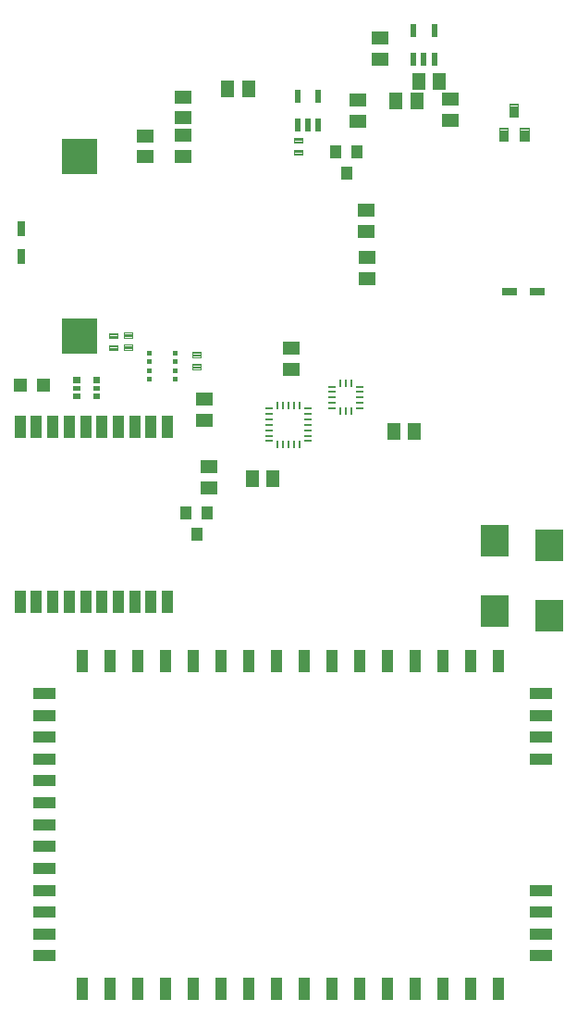
<source format=gtp>
G75*
%MOIN*%
%OFA0B0*%
%FSLAX25Y25*%
%IPPOS*%
%LPD*%
%AMOC8*
5,1,8,0,0,1.08239X$1,22.5*
%
%ADD10R,0.12598X0.12598*%
%ADD11R,0.04882X0.05906*%
%ADD12R,0.05906X0.04882*%
%ADD13R,0.09843X0.11417*%
%ADD14C,0.00472*%
%ADD15R,0.05315X0.03150*%
%ADD16R,0.03150X0.05315*%
%ADD17C,0.00354*%
%ADD18C,0.00315*%
%ADD19R,0.04724X0.04724*%
%ADD20R,0.03937X0.04724*%
%ADD21R,0.05118X0.06299*%
%ADD22C,0.00197*%
%ADD23C,0.00157*%
%ADD24R,0.07874X0.03937*%
%ADD25R,0.03937X0.07874*%
%ADD26R,0.02165X0.04724*%
%ADD27R,0.03150X0.01083*%
%ADD28R,0.01083X0.03150*%
D10*
X0071767Y0346904D03*
X0071767Y0411671D03*
D11*
X0125233Y0436222D03*
X0132713Y0436222D03*
X0185901Y0431610D03*
X0193381Y0431610D03*
X0194011Y0438736D03*
X0201491Y0438736D03*
X0141610Y0295783D03*
X0134129Y0295783D03*
D12*
X0118342Y0292437D03*
X0118342Y0299917D03*
X0116964Y0316768D03*
X0116964Y0324248D03*
X0148224Y0335193D03*
X0148224Y0342673D03*
X0175428Y0367831D03*
X0175428Y0375311D03*
X0175310Y0384839D03*
X0175310Y0392319D03*
X0172082Y0424445D03*
X0172082Y0431925D03*
X0179995Y0446886D03*
X0179995Y0454366D03*
X0205586Y0432319D03*
X0205586Y0424839D03*
X0109247Y0425744D03*
X0109247Y0419248D03*
X0109247Y0411768D03*
X0109247Y0433224D03*
X0095468Y0419051D03*
X0095468Y0411571D03*
D13*
X0221531Y0273539D03*
X0221531Y0247949D03*
X0241216Y0246256D03*
X0241216Y0271846D03*
D14*
X0149248Y0412319D02*
X0149248Y0414209D01*
X0152318Y0414209D01*
X0152318Y0412319D01*
X0149248Y0412319D01*
X0149248Y0412790D02*
X0152318Y0412790D01*
X0152318Y0413261D02*
X0149248Y0413261D01*
X0149248Y0413732D02*
X0152318Y0413732D01*
X0152318Y0414203D02*
X0149248Y0414203D01*
X0149248Y0416649D02*
X0149248Y0418539D01*
X0152318Y0418539D01*
X0152318Y0416649D01*
X0149248Y0416649D01*
X0149248Y0417120D02*
X0152318Y0417120D01*
X0152318Y0417591D02*
X0149248Y0417591D01*
X0149248Y0418062D02*
X0152318Y0418062D01*
X0152318Y0418533D02*
X0149248Y0418533D01*
X0115507Y0341453D02*
X0115507Y0339563D01*
X0112437Y0339563D01*
X0112437Y0341453D01*
X0115507Y0341453D01*
X0115507Y0340034D02*
X0112437Y0340034D01*
X0112437Y0340505D02*
X0115507Y0340505D01*
X0115507Y0340976D02*
X0112437Y0340976D01*
X0112437Y0341447D02*
X0115507Y0341447D01*
X0115507Y0337122D02*
X0115507Y0335232D01*
X0112437Y0335232D01*
X0112437Y0337122D01*
X0115507Y0337122D01*
X0115507Y0335703D02*
X0112437Y0335703D01*
X0112437Y0336174D02*
X0115507Y0336174D01*
X0115507Y0336645D02*
X0112437Y0336645D01*
X0112437Y0337116D02*
X0115507Y0337116D01*
X0090822Y0342122D02*
X0090822Y0344012D01*
X0090822Y0342122D02*
X0087752Y0342122D01*
X0087752Y0344012D01*
X0090822Y0344012D01*
X0090822Y0342593D02*
X0087752Y0342593D01*
X0087752Y0343064D02*
X0090822Y0343064D01*
X0090822Y0343535D02*
X0087752Y0343535D01*
X0087752Y0344006D02*
X0090822Y0344006D01*
X0090822Y0346453D02*
X0090822Y0348343D01*
X0090822Y0346453D02*
X0087752Y0346453D01*
X0087752Y0348343D01*
X0090822Y0348343D01*
X0090822Y0346924D02*
X0087752Y0346924D01*
X0087752Y0347395D02*
X0090822Y0347395D01*
X0090822Y0347866D02*
X0087752Y0347866D01*
X0087752Y0348337D02*
X0090822Y0348337D01*
X0085625Y0348146D02*
X0085625Y0346256D01*
X0082555Y0346256D01*
X0082555Y0348146D01*
X0085625Y0348146D01*
X0085625Y0346727D02*
X0082555Y0346727D01*
X0082555Y0347198D02*
X0085625Y0347198D01*
X0085625Y0347669D02*
X0082555Y0347669D01*
X0082555Y0348140D02*
X0085625Y0348140D01*
X0085625Y0343815D02*
X0085625Y0341925D01*
X0082555Y0341925D01*
X0082555Y0343815D01*
X0085625Y0343815D01*
X0085625Y0342396D02*
X0082555Y0342396D01*
X0082555Y0342867D02*
X0085625Y0342867D01*
X0085625Y0343338D02*
X0082555Y0343338D01*
X0082555Y0343809D02*
X0085625Y0343809D01*
D15*
X0226767Y0363185D03*
X0236767Y0363185D03*
D16*
X0050665Y0375744D03*
X0050665Y0385744D03*
D17*
X0223008Y0417338D02*
X0226196Y0417338D01*
X0223008Y0417338D02*
X0223008Y0422102D01*
X0226196Y0422102D01*
X0226196Y0417338D01*
X0226196Y0417691D02*
X0223008Y0417691D01*
X0223008Y0418044D02*
X0226196Y0418044D01*
X0226196Y0418397D02*
X0223008Y0418397D01*
X0223008Y0418750D02*
X0226196Y0418750D01*
X0226196Y0419103D02*
X0223008Y0419103D01*
X0223008Y0419456D02*
X0226196Y0419456D01*
X0226196Y0419809D02*
X0223008Y0419809D01*
X0223008Y0420162D02*
X0226196Y0420162D01*
X0226196Y0420515D02*
X0223008Y0420515D01*
X0223008Y0420868D02*
X0226196Y0420868D01*
X0226196Y0421221D02*
X0223008Y0421221D01*
X0223008Y0421574D02*
X0226196Y0421574D01*
X0226196Y0421927D02*
X0223008Y0421927D01*
X0226748Y0426000D02*
X0229936Y0426000D01*
X0226748Y0426000D02*
X0226748Y0430764D01*
X0229936Y0430764D01*
X0229936Y0426000D01*
X0229936Y0426353D02*
X0226748Y0426353D01*
X0226748Y0426706D02*
X0229936Y0426706D01*
X0229936Y0427059D02*
X0226748Y0427059D01*
X0226748Y0427412D02*
X0229936Y0427412D01*
X0229936Y0427765D02*
X0226748Y0427765D01*
X0226748Y0428118D02*
X0229936Y0428118D01*
X0229936Y0428471D02*
X0226748Y0428471D01*
X0226748Y0428824D02*
X0229936Y0428824D01*
X0229936Y0429177D02*
X0226748Y0429177D01*
X0226748Y0429530D02*
X0229936Y0429530D01*
X0229936Y0429883D02*
X0226748Y0429883D01*
X0226748Y0430236D02*
X0229936Y0430236D01*
X0229936Y0430589D02*
X0226748Y0430589D01*
X0230488Y0417338D02*
X0233676Y0417338D01*
X0230488Y0417338D02*
X0230488Y0422102D01*
X0233676Y0422102D01*
X0233676Y0417338D01*
X0233676Y0417691D02*
X0230488Y0417691D01*
X0230488Y0418044D02*
X0233676Y0418044D01*
X0233676Y0418397D02*
X0230488Y0418397D01*
X0230488Y0418750D02*
X0233676Y0418750D01*
X0233676Y0419103D02*
X0230488Y0419103D01*
X0230488Y0419456D02*
X0233676Y0419456D01*
X0233676Y0419809D02*
X0230488Y0419809D01*
X0230488Y0420162D02*
X0233676Y0420162D01*
X0233676Y0420515D02*
X0230488Y0420515D01*
X0230488Y0420868D02*
X0233676Y0420868D01*
X0233676Y0421221D02*
X0230488Y0421221D01*
X0230488Y0421574D02*
X0233676Y0421574D01*
X0233676Y0421927D02*
X0230488Y0421927D01*
D18*
X0106846Y0340468D02*
X0105586Y0340468D01*
X0105586Y0341728D01*
X0106846Y0341728D01*
X0106846Y0340468D01*
X0106846Y0340782D02*
X0105586Y0340782D01*
X0105586Y0341096D02*
X0106846Y0341096D01*
X0106846Y0341410D02*
X0105586Y0341410D01*
X0105586Y0341724D02*
X0106846Y0341724D01*
X0106846Y0337319D02*
X0105586Y0337319D01*
X0105586Y0338579D01*
X0106846Y0338579D01*
X0106846Y0337319D01*
X0106846Y0337633D02*
X0105586Y0337633D01*
X0105586Y0337947D02*
X0106846Y0337947D01*
X0106846Y0338261D02*
X0105586Y0338261D01*
X0105586Y0338575D02*
X0106846Y0338575D01*
X0106846Y0334169D02*
X0105586Y0334169D01*
X0105586Y0335429D01*
X0106846Y0335429D01*
X0106846Y0334169D01*
X0106846Y0334483D02*
X0105586Y0334483D01*
X0105586Y0334797D02*
X0106846Y0334797D01*
X0106846Y0335111D02*
X0105586Y0335111D01*
X0105586Y0335425D02*
X0106846Y0335425D01*
X0106846Y0331020D02*
X0105586Y0331020D01*
X0105586Y0332280D01*
X0106846Y0332280D01*
X0106846Y0331020D01*
X0106846Y0331334D02*
X0105586Y0331334D01*
X0105586Y0331648D02*
X0106846Y0331648D01*
X0106846Y0331962D02*
X0105586Y0331962D01*
X0105586Y0332276D02*
X0106846Y0332276D01*
X0097397Y0331020D02*
X0096137Y0331020D01*
X0096137Y0332280D01*
X0097397Y0332280D01*
X0097397Y0331020D01*
X0097397Y0331334D02*
X0096137Y0331334D01*
X0096137Y0331648D02*
X0097397Y0331648D01*
X0097397Y0331962D02*
X0096137Y0331962D01*
X0096137Y0332276D02*
X0097397Y0332276D01*
X0097397Y0334169D02*
X0096137Y0334169D01*
X0096137Y0335429D01*
X0097397Y0335429D01*
X0097397Y0334169D01*
X0097397Y0334483D02*
X0096137Y0334483D01*
X0096137Y0334797D02*
X0097397Y0334797D01*
X0097397Y0335111D02*
X0096137Y0335111D01*
X0096137Y0335425D02*
X0097397Y0335425D01*
X0097397Y0337319D02*
X0096137Y0337319D01*
X0096137Y0338579D01*
X0097397Y0338579D01*
X0097397Y0337319D01*
X0097397Y0337633D02*
X0096137Y0337633D01*
X0096137Y0337947D02*
X0097397Y0337947D01*
X0097397Y0338261D02*
X0096137Y0338261D01*
X0096137Y0338575D02*
X0097397Y0338575D01*
X0097397Y0340468D02*
X0096137Y0340468D01*
X0096137Y0341728D01*
X0097397Y0341728D01*
X0097397Y0340468D01*
X0097397Y0340782D02*
X0096137Y0340782D01*
X0096137Y0341096D02*
X0097397Y0341096D01*
X0097397Y0341410D02*
X0096137Y0341410D01*
X0096137Y0341724D02*
X0097397Y0341724D01*
D19*
X0058736Y0329248D03*
X0050468Y0329248D03*
D20*
X0110310Y0283539D03*
X0114050Y0275665D03*
X0117791Y0283539D03*
X0167987Y0405587D03*
X0164247Y0413461D03*
X0171728Y0413461D03*
D21*
X0184995Y0312752D03*
X0192476Y0312752D03*
D22*
X0076708Y0324661D02*
X0076708Y0326433D01*
X0078874Y0326433D01*
X0078874Y0324661D01*
X0076708Y0324661D01*
X0076708Y0324857D02*
X0078874Y0324857D01*
X0078874Y0325053D02*
X0076708Y0325053D01*
X0076708Y0325249D02*
X0078874Y0325249D01*
X0078874Y0325445D02*
X0076708Y0325445D01*
X0076708Y0325641D02*
X0078874Y0325641D01*
X0078874Y0325837D02*
X0076708Y0325837D01*
X0076708Y0326033D02*
X0078874Y0326033D01*
X0078874Y0326229D02*
X0076708Y0326229D01*
X0076708Y0326425D02*
X0078874Y0326425D01*
X0076708Y0330567D02*
X0076708Y0332339D01*
X0078874Y0332339D01*
X0078874Y0330567D01*
X0076708Y0330567D01*
X0076708Y0330763D02*
X0078874Y0330763D01*
X0078874Y0330959D02*
X0076708Y0330959D01*
X0076708Y0331155D02*
X0078874Y0331155D01*
X0078874Y0331351D02*
X0076708Y0331351D01*
X0076708Y0331547D02*
X0078874Y0331547D01*
X0078874Y0331743D02*
X0076708Y0331743D01*
X0076708Y0331939D02*
X0078874Y0331939D01*
X0078874Y0332135D02*
X0076708Y0332135D01*
X0076708Y0332331D02*
X0078874Y0332331D01*
X0069621Y0332339D02*
X0069621Y0330567D01*
X0069621Y0332339D02*
X0071787Y0332339D01*
X0071787Y0330567D01*
X0069621Y0330567D01*
X0069621Y0330763D02*
X0071787Y0330763D01*
X0071787Y0330959D02*
X0069621Y0330959D01*
X0069621Y0331155D02*
X0071787Y0331155D01*
X0071787Y0331351D02*
X0069621Y0331351D01*
X0069621Y0331547D02*
X0071787Y0331547D01*
X0071787Y0331743D02*
X0069621Y0331743D01*
X0069621Y0331939D02*
X0071787Y0331939D01*
X0071787Y0332135D02*
X0069621Y0332135D01*
X0069621Y0332331D02*
X0071787Y0332331D01*
X0069621Y0326433D02*
X0069621Y0324661D01*
X0069621Y0326433D02*
X0071787Y0326433D01*
X0071787Y0324661D01*
X0069621Y0324661D01*
X0069621Y0324857D02*
X0071787Y0324857D01*
X0071787Y0325053D02*
X0069621Y0325053D01*
X0069621Y0325249D02*
X0071787Y0325249D01*
X0071787Y0325445D02*
X0069621Y0325445D01*
X0069621Y0325641D02*
X0071787Y0325641D01*
X0071787Y0325837D02*
X0069621Y0325837D01*
X0069621Y0326033D02*
X0071787Y0326033D01*
X0071787Y0326229D02*
X0069621Y0326229D01*
X0069621Y0326425D02*
X0071787Y0326425D01*
D23*
X0069601Y0327791D02*
X0069601Y0329209D01*
X0071807Y0329209D01*
X0071807Y0327791D01*
X0069601Y0327791D01*
X0069601Y0327947D02*
X0071807Y0327947D01*
X0071807Y0328103D02*
X0069601Y0328103D01*
X0069601Y0328259D02*
X0071807Y0328259D01*
X0071807Y0328415D02*
X0069601Y0328415D01*
X0069601Y0328571D02*
X0071807Y0328571D01*
X0071807Y0328727D02*
X0069601Y0328727D01*
X0069601Y0328883D02*
X0071807Y0328883D01*
X0071807Y0329039D02*
X0069601Y0329039D01*
X0069601Y0329195D02*
X0071807Y0329195D01*
X0076688Y0329209D02*
X0076688Y0327791D01*
X0076688Y0329209D02*
X0078894Y0329209D01*
X0078894Y0327791D01*
X0076688Y0327791D01*
X0076688Y0327947D02*
X0078894Y0327947D01*
X0078894Y0328103D02*
X0076688Y0328103D01*
X0076688Y0328259D02*
X0078894Y0328259D01*
X0078894Y0328415D02*
X0076688Y0328415D01*
X0076688Y0328571D02*
X0078894Y0328571D01*
X0078894Y0328727D02*
X0076688Y0328727D01*
X0076688Y0328883D02*
X0078894Y0328883D01*
X0078894Y0329039D02*
X0076688Y0329039D01*
X0076688Y0329195D02*
X0078894Y0329195D01*
D24*
X0059129Y0123933D03*
X0059129Y0131807D03*
X0059129Y0139681D03*
X0059129Y0147555D03*
X0059129Y0155429D03*
X0059129Y0163303D03*
X0059129Y0171177D03*
X0059129Y0179051D03*
X0059129Y0186925D03*
X0059129Y0194799D03*
X0059129Y0202673D03*
X0059129Y0210547D03*
X0059129Y0218421D03*
X0238263Y0218421D03*
X0238263Y0210547D03*
X0238263Y0202673D03*
X0238263Y0194799D03*
X0238263Y0147555D03*
X0238263Y0139681D03*
X0238263Y0131807D03*
X0238263Y0123933D03*
D25*
X0222712Y0112122D03*
X0212712Y0112122D03*
X0202712Y0112122D03*
X0192712Y0112122D03*
X0182712Y0112122D03*
X0172712Y0112122D03*
X0162712Y0112122D03*
X0152712Y0112122D03*
X0142712Y0112122D03*
X0132712Y0112122D03*
X0122712Y0112122D03*
X0112712Y0112122D03*
X0102712Y0112122D03*
X0092712Y0112122D03*
X0082712Y0112122D03*
X0072712Y0112122D03*
X0072712Y0230232D03*
X0082712Y0230232D03*
X0092712Y0230232D03*
X0102712Y0230232D03*
X0112712Y0230232D03*
X0122712Y0230232D03*
X0132712Y0230232D03*
X0142712Y0230232D03*
X0152712Y0230232D03*
X0162712Y0230232D03*
X0172712Y0230232D03*
X0182712Y0230232D03*
X0192712Y0230232D03*
X0202712Y0230232D03*
X0212712Y0230232D03*
X0222712Y0230232D03*
X0103539Y0251492D03*
X0097633Y0251492D03*
X0091728Y0251492D03*
X0085822Y0251492D03*
X0079917Y0251492D03*
X0074011Y0251492D03*
X0068106Y0251492D03*
X0062200Y0251492D03*
X0056295Y0251492D03*
X0050389Y0251492D03*
X0050389Y0314484D03*
X0056295Y0314484D03*
X0062200Y0314484D03*
X0068106Y0314484D03*
X0074011Y0314484D03*
X0079917Y0314484D03*
X0085822Y0314484D03*
X0091728Y0314484D03*
X0097633Y0314484D03*
X0103539Y0314484D03*
D26*
X0150428Y0423185D03*
X0154169Y0423185D03*
X0157909Y0423185D03*
X0157909Y0433422D03*
X0150428Y0433422D03*
X0192239Y0446807D03*
X0195980Y0446807D03*
X0199720Y0446807D03*
X0199720Y0457044D03*
X0192239Y0457044D03*
D27*
X0172889Y0328894D03*
X0172889Y0326925D03*
X0172889Y0324957D03*
X0172889Y0322988D03*
X0172889Y0321020D03*
X0162850Y0321020D03*
X0162850Y0322988D03*
X0162850Y0324957D03*
X0162850Y0326925D03*
X0162850Y0328894D03*
X0154070Y0321059D03*
X0154070Y0319091D03*
X0154070Y0317122D03*
X0154070Y0315154D03*
X0154070Y0313185D03*
X0154070Y0311217D03*
X0154070Y0309248D03*
X0140094Y0309248D03*
X0140094Y0311217D03*
X0140094Y0313185D03*
X0140094Y0315154D03*
X0140094Y0317122D03*
X0140094Y0319091D03*
X0140094Y0321059D03*
D28*
X0143145Y0322142D03*
X0145113Y0322142D03*
X0147082Y0322142D03*
X0149050Y0322142D03*
X0151019Y0322142D03*
X0151019Y0308165D03*
X0149050Y0308165D03*
X0147082Y0308165D03*
X0145113Y0308165D03*
X0143145Y0308165D03*
X0165901Y0319937D03*
X0167869Y0319937D03*
X0169838Y0319937D03*
X0169838Y0329976D03*
X0167869Y0329976D03*
X0165901Y0329976D03*
M02*

</source>
